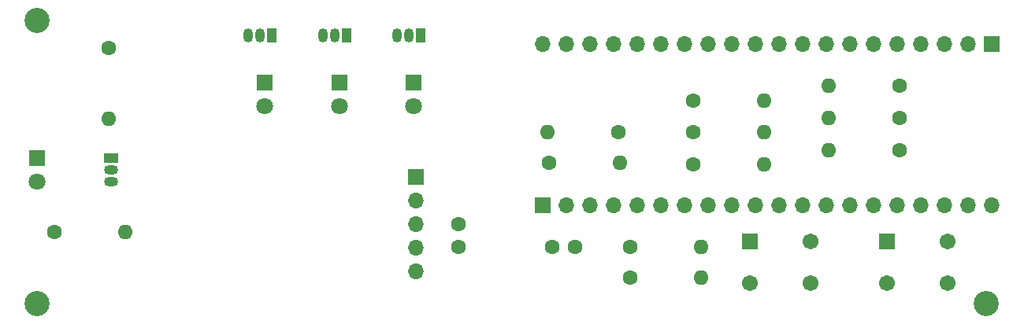
<source format=gbr>
%TF.GenerationSoftware,KiCad,Pcbnew,7.0.10*%
%TF.CreationDate,2024-12-18T16:05:22+01:00*%
%TF.ProjectId,transmitter,7472616e-736d-4697-9474-65722e6b6963,rev?*%
%TF.SameCoordinates,Original*%
%TF.FileFunction,Soldermask,Top*%
%TF.FilePolarity,Negative*%
%FSLAX46Y46*%
G04 Gerber Fmt 4.6, Leading zero omitted, Abs format (unit mm)*
G04 Created by KiCad (PCBNEW 7.0.10) date 2024-12-18 16:05:22*
%MOMM*%
%LPD*%
G01*
G04 APERTURE LIST*
G04 Aperture macros list*
%AMRoundRect*
0 Rectangle with rounded corners*
0 $1 Rounding radius*
0 $2 $3 $4 $5 $6 $7 $8 $9 X,Y pos of 4 corners*
0 Add a 4 corners polygon primitive as box body*
4,1,4,$2,$3,$4,$5,$6,$7,$8,$9,$2,$3,0*
0 Add four circle primitives for the rounded corners*
1,1,$1+$1,$2,$3*
1,1,$1+$1,$4,$5*
1,1,$1+$1,$6,$7*
1,1,$1+$1,$8,$9*
0 Add four rect primitives between the rounded corners*
20,1,$1+$1,$2,$3,$4,$5,0*
20,1,$1+$1,$4,$5,$6,$7,0*
20,1,$1+$1,$6,$7,$8,$9,0*
20,1,$1+$1,$8,$9,$2,$3,0*%
G04 Aperture macros list end*
%ADD10C,2.700000*%
%ADD11C,1.600000*%
%ADD12O,1.600000X1.600000*%
%ADD13R,1.800000X1.800000*%
%ADD14C,1.800000*%
%ADD15RoundRect,0.102000X-0.754000X-0.754000X0.754000X-0.754000X0.754000X0.754000X-0.754000X0.754000X0*%
%ADD16C,1.712000*%
%ADD17R,1.050000X1.500000*%
%ADD18O,1.050000X1.500000*%
%ADD19R,1.700000X1.700000*%
%ADD20O,1.700000X1.700000*%
%ADD21R,1.500000X1.050000*%
%ADD22O,1.500000X1.050000*%
G04 APERTURE END LIST*
D10*
%TO.C,REF\u002A\u002A*%
X111500000Y-79000000D03*
%TD*%
%TO.C,REF\u002A\u002A*%
X213500000Y-79000000D03*
%TD*%
%TO.C,REF\u002A\u002A*%
X111500000Y-48500000D03*
%TD*%
D11*
%TO.C,100R*%
X182000000Y-64000000D03*
D12*
X189620000Y-64000000D03*
%TD*%
D11*
%TO.C,C1*%
X156800000Y-72900000D03*
X156800000Y-70400000D03*
%TD*%
D13*
%TO.C,LED R*%
X152000000Y-55230000D03*
D14*
X152000000Y-57770000D03*
%TD*%
D11*
%TO.C,1k*%
X204210000Y-59000000D03*
D12*
X196590000Y-59000000D03*
%TD*%
D15*
%TO.C,S1*%
X188125000Y-72250000D03*
D16*
X194625000Y-72250000D03*
X188125000Y-76750000D03*
X194625000Y-76750000D03*
%TD*%
D15*
%TO.C,S2*%
X202850000Y-72250000D03*
D16*
X209350000Y-72250000D03*
X202850000Y-76750000D03*
X209350000Y-76750000D03*
%TD*%
D11*
%TO.C,1k*%
X204210000Y-62500000D03*
D12*
X196590000Y-62500000D03*
%TD*%
D11*
%TO.C,100R*%
X113390000Y-71300000D03*
D12*
X121010000Y-71300000D03*
%TD*%
D17*
%TO.C,Q2*%
X136750000Y-50140000D03*
D18*
X135480000Y-50140000D03*
X134210000Y-50140000D03*
%TD*%
D13*
%TO.C,LED G*%
X136000000Y-55230000D03*
D14*
X136000000Y-57770000D03*
%TD*%
D11*
%TO.C,1k*%
X175290000Y-76200000D03*
D12*
X182910000Y-76200000D03*
%TD*%
D11*
%TO.C,1k*%
X119200000Y-51490000D03*
D12*
X119200000Y-59110000D03*
%TD*%
D11*
%TO.C,1k*%
X204210000Y-55500000D03*
D12*
X196590000Y-55500000D03*
%TD*%
D17*
%TO.C,Q3*%
X144750000Y-50140000D03*
D18*
X143480000Y-50140000D03*
X142210000Y-50140000D03*
%TD*%
D11*
%TO.C,4k7*%
X174000000Y-60500000D03*
D12*
X166380000Y-60500000D03*
%TD*%
D17*
%TO.C,Q4*%
X152750000Y-50140000D03*
D18*
X151480000Y-50140000D03*
X150210000Y-50140000D03*
%TD*%
D19*
%TO.C,J1*%
X214100000Y-51000000D03*
D20*
X211560000Y-51000000D03*
X209020000Y-51000000D03*
X206480000Y-51000000D03*
X203940000Y-51000000D03*
X201400000Y-51000000D03*
X198860000Y-51000000D03*
X196320000Y-51000000D03*
X193780000Y-51000000D03*
X191240000Y-51000000D03*
X188700000Y-51000000D03*
X186160000Y-51000000D03*
X183620000Y-51000000D03*
X181080000Y-51000000D03*
X178540000Y-51000000D03*
X176000000Y-51000000D03*
X173460000Y-51000000D03*
X170920000Y-51000000D03*
X168380000Y-51000000D03*
X165840000Y-51000000D03*
%TD*%
D11*
%TO.C,80R*%
X182000000Y-60500000D03*
D12*
X189620000Y-60500000D03*
%TD*%
D13*
%TO.C,LED Y*%
X144000000Y-55230000D03*
D14*
X144000000Y-57770000D03*
%TD*%
D19*
%TO.C,J2*%
X165900000Y-68355000D03*
D20*
X168440000Y-68355000D03*
X170980000Y-68355000D03*
X173520000Y-68355000D03*
X176060000Y-68355000D03*
X178600000Y-68355000D03*
X181140000Y-68355000D03*
X183680000Y-68355000D03*
X186220000Y-68355000D03*
X188760000Y-68355000D03*
X191300000Y-68355000D03*
X193840000Y-68355000D03*
X196380000Y-68355000D03*
X198920000Y-68355000D03*
X201460000Y-68355000D03*
X204000000Y-68355000D03*
X206540000Y-68355000D03*
X209080000Y-68355000D03*
X211620000Y-68355000D03*
X214160000Y-68355000D03*
%TD*%
D21*
%TO.C,Q1*%
X119440000Y-63330000D03*
D22*
X119440000Y-64600000D03*
X119440000Y-65870000D03*
%TD*%
D11*
%TO.C,4k7*%
X166500000Y-63800000D03*
D12*
X174120000Y-63800000D03*
%TD*%
D13*
%TO.C,LED IR*%
X111500000Y-63325000D03*
D14*
X111500000Y-65865000D03*
%TD*%
D11*
%TO.C,120R*%
X182000000Y-57100000D03*
D12*
X189620000Y-57100000D03*
%TD*%
D11*
%TO.C,10k*%
X175290000Y-72900000D03*
D12*
X182910000Y-72900000D03*
%TD*%
D11*
%TO.C,C2*%
X169350000Y-72900000D03*
X166850000Y-72900000D03*
%TD*%
D19*
%TO.C,J3*%
X152200000Y-65350000D03*
D20*
X152200000Y-67890000D03*
X152200000Y-70430000D03*
X152200000Y-72970000D03*
X152200000Y-75510000D03*
%TD*%
M02*

</source>
